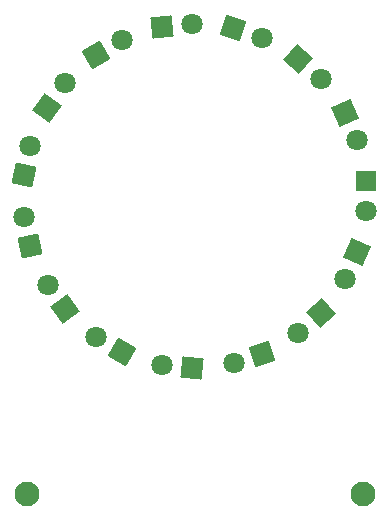
<source format=gbr>
%TF.GenerationSoftware,KiCad,Pcbnew,7.0.5+dfsg-2*%
%TF.CreationDate,2024-02-04T12:59:40+01:00*%
%TF.ProjectId,microscope-lamp-pcb,6d696372-6f73-4636-9f70-652d6c616d70,1*%
%TF.SameCoordinates,Original*%
%TF.FileFunction,Soldermask,Bot*%
%TF.FilePolarity,Negative*%
%FSLAX46Y46*%
G04 Gerber Fmt 4.6, Leading zero omitted, Abs format (unit mm)*
G04 Created by KiCad (PCBNEW 7.0.5+dfsg-2) date 2024-02-04 12:59:40*
%MOMM*%
%LPD*%
G01*
G04 APERTURE LIST*
G04 Aperture macros list*
%AMRotRect*
0 Rectangle, with rotation*
0 The origin of the aperture is its center*
0 $1 length*
0 $2 width*
0 $3 Rotation angle, in degrees counterclockwise*
0 Add horizontal line*
21,1,$1,$2,0,0,$3*%
G04 Aperture macros list end*
%ADD10C,2.100000*%
%ADD11C,1.800000*%
%ADD12RotRect,1.800000X1.800000X246.000000*%
%ADD13RotRect,1.800000X1.800000X222.000000*%
%ADD14RotRect,1.800000X1.800000X198.000000*%
%ADD15RotRect,1.800000X1.800000X174.000000*%
%ADD16RotRect,1.800000X1.800000X150.000000*%
%ADD17RotRect,1.800000X1.800000X126.000000*%
%ADD18RotRect,1.800000X1.800000X102.000000*%
%ADD19RotRect,1.800000X1.800000X78.000000*%
%ADD20RotRect,1.800000X1.800000X54.000000*%
%ADD21RotRect,1.800000X1.800000X30.000000*%
%ADD22RotRect,1.800000X1.800000X6.000000*%
%ADD23RotRect,1.800000X1.800000X342.000000*%
%ADD24RotRect,1.800000X1.800000X318.000000*%
%ADD25RotRect,1.800000X1.800000X294.000000*%
%ADD26R,1.800000X1.800000*%
G04 APERTURE END LIST*
D10*
%TO.C,H2*%
X164250000Y-125250000D03*
%TD*%
%TO.C,H1*%
X135750000Y-125250000D03*
%TD*%
D11*
%TO.C,D16*%
X162731887Y-107053316D03*
D12*
X163764998Y-104732911D03*
%TD*%
D11*
%TO.C,D15*%
X158762315Y-111622050D03*
D13*
X160649903Y-109922458D03*
%TD*%
D11*
%TO.C,D14*%
X153277659Y-114181226D03*
D14*
X155693343Y-113396323D03*
%TD*%
D11*
%TO.C,D13*%
X147226267Y-114288339D03*
D15*
X149752353Y-114553841D03*
%TD*%
D11*
%TO.C,D12*%
X141654477Y-111924868D03*
D16*
X143854182Y-113194868D03*
%TD*%
D11*
%TO.C,D11*%
X137525705Y-107499480D03*
D17*
X139018680Y-109554383D03*
%TD*%
D11*
%TO.C,D10*%
X135553851Y-101777363D03*
D18*
X136081947Y-104261858D03*
%TD*%
D11*
%TO.C,D9*%
X136079868Y-95747924D03*
D19*
X135551772Y-98232419D03*
%TD*%
D11*
%TO.C,D8*%
X139012802Y-90453708D03*
D20*
X137519827Y-92508611D03*
%TD*%
D11*
%TO.C,D7*%
X143845523Y-86810132D03*
D21*
X141645818Y-88080132D03*
%TD*%
D11*
%TO.C,D6*%
X149742408Y-85447204D03*
D22*
X147216322Y-85712706D03*
%TD*%
D11*
%TO.C,D5*%
X155683833Y-86600587D03*
D23*
X153268149Y-85815684D03*
%TD*%
D11*
%TO.C,D4*%
X160642472Y-90070851D03*
D24*
X158754884Y-88371259D03*
%TD*%
D11*
%TO.C,D3*%
X163760931Y-95257953D03*
D25*
X162727820Y-92937548D03*
%TD*%
D11*
%TO.C,D2*%
X164500000Y-101265000D03*
D26*
X164500000Y-98725000D03*
%TD*%
M02*

</source>
